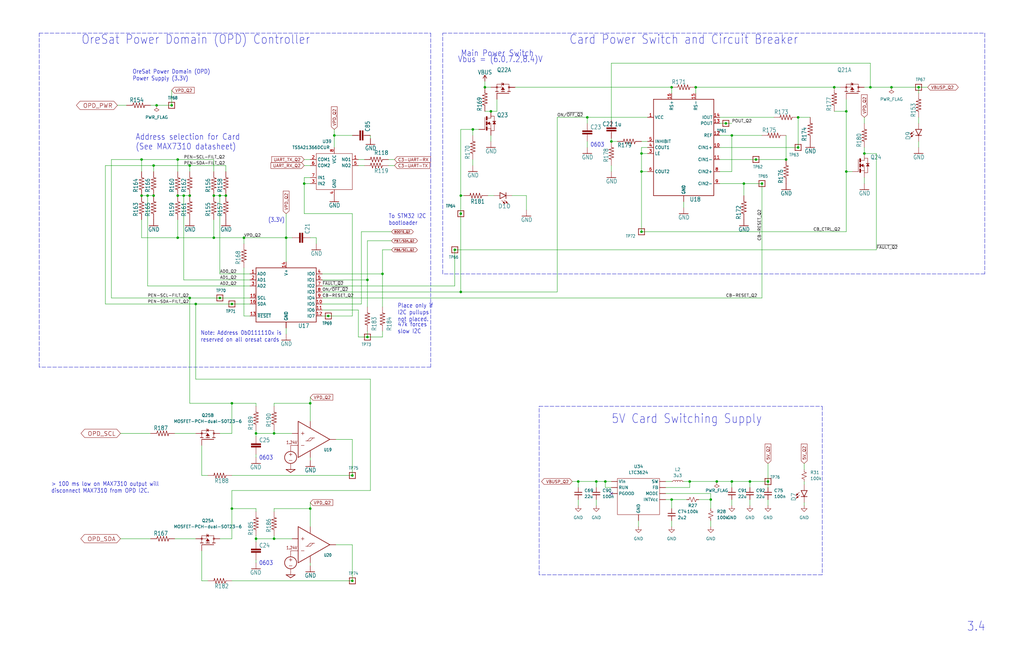
<source format=kicad_sch>
(kicad_sch (version 20211123) (generator eeschema)
  (paper "B")
  (junction (at 59.69 67.31))
  (junction (at 95.25 82.55))
  (junction (at 336.55 49.53))
  (junction (at 356.87 46.99))
  (junction (at 140.97 57.15))
  (junction (at 306.07 52.07))
  (junction (at 251.46 203.2))
  (junction (at 316.23 203.2))
  (junction (at 356.87 72.39))
  (junction (at 120.65 100.33))
  (junction (at 74.93 100.33))
  (junction (at 90.17 100.33))
  (junction (at 321.31 77.47))
  (junction (at 199.39 54.61))
  (junction (at 80.01 82.55))
  (junction (at 247.65 49.53))
  (junction (at 80.01 69.85))
  (junction (at 128.27 77.47))
  (junction (at 255.27 203.2))
  (junction (at 351.79 36.83))
  (junction (at 375.92 36.83))
  (junction (at 308.61 203.2))
  (junction (at 148.59 245.11))
  (junction (at 97.79 170.18))
  (junction (at 154.94 142.24))
  (junction (at 74.93 82.55))
  (junction (at 154.94 118.11))
  (junction (at 97.79 214.63))
  (junction (at 194.31 90.17))
  (junction (at 367.03 36.83))
  (junction (at 66.04 44.45))
  (junction (at 161.29 115.57))
  (junction (at 107.95 182.88))
  (junction (at 138.43 133.35))
  (junction (at 313.69 77.47))
  (junction (at 102.87 100.33))
  (junction (at 80.01 125.73))
  (junction (at 115.57 182.88))
  (junction (at 130.81 214.63))
  (junction (at 270.51 97.79))
  (junction (at 194.31 123.19))
  (junction (at 387.35 36.83))
  (junction (at 243.84 203.2))
  (junction (at 299.72 210.82))
  (junction (at 92.71 125.73))
  (junction (at 82.55 128.27))
  (junction (at 130.81 170.18))
  (junction (at 336.55 62.23))
  (junction (at 74.93 67.31))
  (junction (at 148.59 200.66))
  (junction (at 62.23 82.55))
  (junction (at 331.47 67.31))
  (junction (at 270.51 64.77))
  (junction (at 283.21 36.83))
  (junction (at 191.77 105.41))
  (junction (at 290.83 203.2))
  (junction (at 207.01 46.99))
  (junction (at 364.49 64.77))
  (junction (at 107.95 227.33))
  (junction (at 64.77 69.85))
  (junction (at 77.47 82.55))
  (junction (at 308.61 57.15))
  (junction (at 204.47 36.83))
  (junction (at 283.21 210.82))
  (junction (at 59.69 82.55))
  (junction (at 194.31 82.55))
  (junction (at 64.77 82.55))
  (junction (at 270.51 72.39))
  (junction (at 72.39 44.45))
  (junction (at 115.57 227.33))
  (junction (at 318.77 67.31))
  (junction (at 92.71 82.55))
  (junction (at 257.81 59.69))
  (junction (at 323.85 203.2))
  (junction (at 97.79 128.27))
  (junction (at 90.17 82.55))
  (junction (at 302.26 203.2))
  (junction (at 293.37 36.83))
  (no_connect (at 257.81 208.28))
  (wire (pts (xy 204.47 36.83) (xy 207.01 36.83)))
  (wire (pts (xy 308.61 203.2) (xy 308.61 205.74)))
  (wire (pts (xy 115.57 171.45) (xy 115.57 170.18)))
  (wire (pts (xy 140.97 57.15) (xy 148.59 57.15)))
  (wire (pts (xy 299.72 219.71) (xy 299.72 222.25)))
  (wire (pts (xy 107.95 184.15) (xy 107.95 182.88)))
  (wire (pts (xy 97.79 128.27) (xy 82.55 128.27)))
  (wire (pts (xy 194.31 54.61) (xy 194.31 82.55)))
  (wire (pts (xy 356.87 46.99) (xy 356.87 41.91)))
  (wire (pts (xy 364.49 74.93) (xy 364.49 77.47)))
  (wire (pts (xy 148.59 229.87) (xy 148.59 245.11)))
  (wire (pts (xy 356.87 97.79) (xy 270.51 97.79)))
  (wire (pts (xy 280.67 203.2) (xy 283.21 203.2)))
  (wire (pts (xy 130.81 177.8) (xy 130.81 170.18)))
  (wire (pts (xy 115.57 182.88) (xy 123.19 182.88)))
  (wire (pts (xy 90.17 100.33) (xy 90.17 92.71)))
  (wire (pts (xy 128.27 74.93) (xy 128.27 77.47)))
  (wire (pts (xy 270.51 62.23) (xy 270.51 64.77)))
  (wire (pts (xy 280.67 208.28) (xy 299.72 208.28)))
  (wire (pts (xy 251.46 203.2) (xy 251.46 205.74)))
  (wire (pts (xy 323.85 195.58) (xy 323.85 203.2)))
  (wire (pts (xy 247.65 52.07) (xy 247.65 49.53)))
  (wire (pts (xy 356.87 46.99) (xy 356.87 72.39)))
  (wire (pts (xy 387.35 49.53) (xy 387.35 52.07)))
  (wire (pts (xy 154.94 139.7) (xy 154.94 142.24)))
  (polyline (pts (xy 227.33 171.45) (xy 346.71 171.45)))
  (wire (pts (xy 135.89 130.81) (xy 151.13 130.81)))
  (wire (pts (xy 199.39 54.61) (xy 194.31 54.61)))
  (wire (pts (xy 306.07 52.07) (xy 308.61 52.07)))
  (wire (pts (xy 166.37 67.31) (xy 163.83 67.31)))
  (wire (pts (xy 221.996 82.55) (xy 221.996 88.646)))
  (wire (pts (xy 138.43 133.35) (xy 148.59 133.35)))
  (wire (pts (xy 128.27 77.47) (xy 130.81 77.47)))
  (wire (pts (xy 44.45 128.27) (xy 44.45 69.85)))
  (wire (pts (xy 95.25 82.55) (xy 92.71 82.55)))
  (wire (pts (xy 303.53 57.15) (xy 308.61 57.15)))
  (wire (pts (xy 92.71 115.57) (xy 92.71 82.55)))
  (wire (pts (xy 130.81 74.93) (xy 128.27 74.93)))
  (wire (pts (xy 59.69 72.39) (xy 59.69 67.31)))
  (wire (pts (xy 351.79 46.99) (xy 356.87 46.99)))
  (wire (pts (xy 364.49 49.53) (xy 364.49 52.07)))
  (wire (pts (xy 209.55 46.99) (xy 209.55 41.91)))
  (wire (pts (xy 80.01 72.39) (xy 80.01 69.85)))
  (wire (pts (xy 283.21 219.71) (xy 283.21 222.25)))
  (wire (pts (xy 316.23 203.2) (xy 316.23 205.74)))
  (wire (pts (xy 130.81 222.25) (xy 130.81 214.63)))
  (wire (pts (xy 107.95 171.45) (xy 107.95 170.18)))
  (wire (pts (xy 138.43 133.35) (xy 135.89 133.35)))
  (wire (pts (xy 120.65 110.49) (xy 120.65 100.33)))
  (wire (pts (xy 299.72 208.28) (xy 299.72 210.82)))
  (wire (pts (xy 313.69 82.55) (xy 313.69 77.47)))
  (wire (pts (xy 85.09 245.11) (xy 85.09 232.41)))
  (wire (pts (xy 318.77 67.31) (xy 303.53 67.31)))
  (wire (pts (xy 308.61 210.82) (xy 308.61 213.36)))
  (wire (pts (xy 95.25 69.85) (xy 95.25 72.39)))
  (wire (pts (xy 64.77 69.85) (xy 80.01 69.85)))
  (wire (pts (xy 135.89 123.19) (xy 194.31 123.19)))
  (wire (pts (xy 257.81 59.69) (xy 260.35 59.69)))
  (wire (pts (xy 153.67 69.85) (xy 151.13 69.85)))
  (wire (pts (xy 204.47 34.29) (xy 204.47 36.83)))
  (wire (pts (xy 107.95 227.33) (xy 107.95 226.06)))
  (wire (pts (xy 97.79 214.63) (xy 97.79 227.33)))
  (wire (pts (xy 308.61 72.39) (xy 308.61 57.15)))
  (wire (pts (xy 130.81 238.76) (xy 130.81 237.49)))
  (wire (pts (xy 313.69 77.47) (xy 303.53 77.47)))
  (wire (pts (xy 199.39 57.15) (xy 199.39 54.61)))
  (wire (pts (xy 299.72 210.82) (xy 294.64 210.82)))
  (wire (pts (xy 46.99 125.73) (xy 80.01 125.73)))
  (wire (pts (xy 270.51 64.77) (xy 270.51 72.39)))
  (wire (pts (xy 140.97 57.15) (xy 140.97 62.23)))
  (wire (pts (xy 199.39 54.61) (xy 201.93 54.61)))
  (wire (pts (xy 102.87 113.03) (xy 102.87 133.35)))
  (wire (pts (xy 199.39 67.31) (xy 199.39 69.85)))
  (wire (pts (xy 154.94 118.11) (xy 154.94 129.54)))
  (wire (pts (xy 53.34 44.45) (xy 49.53 44.45)))
  (wire (pts (xy 59.69 67.31) (xy 74.93 67.31)))
  (wire (pts (xy 64.77 72.39) (xy 64.77 69.85)))
  (wire (pts (xy 62.23 82.55) (xy 59.69 82.55)))
  (wire (pts (xy 77.47 118.11) (xy 77.47 82.55)))
  (wire (pts (xy 153.67 67.31) (xy 151.13 67.31)))
  (wire (pts (xy 303.53 49.53) (xy 326.39 49.53)))
  (wire (pts (xy 80.01 82.55) (xy 77.47 82.55)))
  (wire (pts (xy 107.95 182.88) (xy 115.57 182.88)))
  (wire (pts (xy 152.4 97.79) (xy 165.1 97.79)))
  (wire (pts (xy 316.23 203.2) (xy 323.85 203.2)))
  (wire (pts (xy 288.29 203.2) (xy 290.83 203.2)))
  (wire (pts (xy 207.01 57.15) (xy 207.01 59.69)))
  (wire (pts (xy 82.55 227.33) (xy 73.66 227.33)))
  (wire (pts (xy 205.74 82.55) (xy 208.28 82.55)))
  (polyline (pts (xy 181.61 154.94) (xy 16.51 154.94)))
  (wire (pts (xy 130.81 170.18) (xy 130.81 167.64)))
  (wire (pts (xy 308.61 57.15) (xy 321.31 57.15)))
  (wire (pts (xy 148.59 133.35) (xy 148.59 90.17)))
  (wire (pts (xy 46.99 125.73) (xy 46.99 67.31)))
  (wire (pts (xy 161.29 105.41) (xy 165.1 105.41)))
  (wire (pts (xy 283.21 210.82) (xy 289.56 210.82)))
  (wire (pts (xy 130.81 214.63) (xy 130.81 212.09)))
  (polyline (pts (xy 346.71 171.45) (xy 346.71 242.57)))
  (wire (pts (xy 141.605 229.87) (xy 148.59 229.87)))
  (wire (pts (xy 74.93 100.33) (xy 74.93 92.71)))
  (wire (pts (xy 90.17 100.33) (xy 102.87 100.33)))
  (wire (pts (xy 280.67 205.74) (xy 290.83 205.74)))
  (wire (pts (xy 351.79 36.83) (xy 354.33 36.83)))
  (wire (pts (xy 257.81 50.8) (xy 257.81 26.67)))
  (wire (pts (xy 120.65 140.97) (xy 120.65 138.43)))
  (wire (pts (xy 133.35 100.33) (xy 133.35 102.87)))
  (wire (pts (xy 234.95 123.19) (xy 194.31 123.19)))
  (wire (pts (xy 161.29 142.24) (xy 161.29 139.7)))
  (wire (pts (xy 135.89 118.11) (xy 154.94 118.11)))
  (polyline (pts (xy 415.29 13.97) (xy 415.29 115.57)))
  (wire (pts (xy 115.57 181.61) (xy 115.57 182.88)))
  (wire (pts (xy 77.47 82.55) (xy 74.93 82.55)))
  (wire (pts (xy 120.65 100.33) (xy 123.19 100.33)))
  (wire (pts (xy 154.94 118.11) (xy 154.94 101.6)))
  (wire (pts (xy 97.79 207.01) (xy 156.21 207.01)))
  (wire (pts (xy 107.95 193.04) (xy 107.95 191.77)))
  (wire (pts (xy 257.81 58.42) (xy 257.81 59.69)))
  (wire (pts (xy 166.37 69.85) (xy 163.83 69.85)))
  (wire (pts (xy 321.31 125.73) (xy 321.31 77.47)))
  (wire (pts (xy 273.05 59.69) (xy 270.51 59.69)))
  (wire (pts (xy 85.09 200.66) (xy 85.09 187.96)))
  (wire (pts (xy 339.09 195.58) (xy 339.09 198.12)))
  (wire (pts (xy 105.41 128.27) (xy 97.79 128.27)))
  (wire (pts (xy 107.95 215.9) (xy 107.95 214.63)))
  (wire (pts (xy 359.41 72.39) (xy 356.87 72.39)))
  (wire (pts (xy 105.41 133.35) (xy 102.87 133.35)))
  (wire (pts (xy 336.55 62.23) (xy 336.55 49.53)))
  (wire (pts (xy 80.01 170.18) (xy 80.01 125.73)))
  (wire (pts (xy 105.41 118.11) (xy 77.47 118.11)))
  (wire (pts (xy 243.84 203.2) (xy 251.46 203.2)))
  (wire (pts (xy 283.21 210.82) (xy 283.21 214.63)))
  (wire (pts (xy 364.49 36.83) (xy 367.03 36.83)))
  (wire (pts (xy 154.94 101.6) (xy 165.1 101.6)))
  (wire (pts (xy 97.79 214.63) (xy 97.79 207.01)))
  (wire (pts (xy 356.87 72.39) (xy 356.87 97.79)))
  (wire (pts (xy 120.65 100.33) (xy 120.65 90.17)))
  (wire (pts (xy 97.79 182.88) (xy 92.71 182.88)))
  (wire (pts (xy 107.95 237.49) (xy 107.95 236.22)))
  (wire (pts (xy 283.21 210.82) (xy 280.67 210.82)))
  (polyline (pts (xy 181.61 13.97) (xy 181.61 154.94)))
  (wire (pts (xy 72.39 44.45) (xy 72.39 38.1)))
  (wire (pts (xy 387.35 59.69) (xy 387.35 62.23)))
  (wire (pts (xy 316.23 210.82) (xy 316.23 213.36)))
  (wire (pts (xy 130.81 170.18) (xy 115.57 170.18)))
  (wire (pts (xy 204.47 46.99) (xy 207.01 46.99)))
  (wire (pts (xy 241.3 203.2) (xy 243.84 203.2)))
  (polyline (pts (xy 227.33 242.57) (xy 227.33 171.45)))
  (polyline (pts (xy 415.29 115.57) (xy 186.69 115.57)))
  (wire (pts (xy 128.27 69.85) (xy 130.81 69.85)))
  (wire (pts (xy 283.21 36.83) (xy 283.21 39.37)))
  (wire (pts (xy 97.79 170.18) (xy 97.79 182.88)))
  (wire (pts (xy 323.85 205.74) (xy 323.85 203.2)))
  (wire (pts (xy 90.17 72.39) (xy 90.17 67.31)))
  (wire (pts (xy 107.95 214.63) (xy 97.79 214.63)))
  (wire (pts (xy 308.61 203.2) (xy 316.23 203.2)))
  (wire (pts (xy 290.83 203.2) (xy 290.83 205.74)))
  (wire (pts (xy 102.87 102.87) (xy 102.87 100.33)))
  (wire (pts (xy 74.93 67.31) (xy 90.17 67.31)))
  (wire (pts (xy 336.55 49.53) (xy 341.63 49.53)))
  (wire (pts (xy 369.57 64.77) (xy 369.57 105.41)))
  (wire (pts (xy 303.53 62.23) (xy 336.55 62.23)))
  (wire (pts (xy 234.95 123.19) (xy 234.95 49.53)))
  (wire (pts (xy 161.29 129.54) (xy 161.29 115.57)))
  (wire (pts (xy 194.31 82.55) (xy 194.31 90.17)))
  (wire (pts (xy 290.83 203.2) (xy 302.26 203.2)))
  (wire (pts (xy 257.81 203.2) (xy 255.27 203.2)))
  (wire (pts (xy 323.85 210.82) (xy 323.85 213.36)))
  (wire (pts (xy 107.95 227.33) (xy 107.95 228.6)))
  (wire (pts (xy 215.9 82.55) (xy 221.996 82.55)))
  (wire (pts (xy 367.03 36.83) (xy 375.92 36.83)))
  (wire (pts (xy 87.63 245.11) (xy 85.09 245.11)))
  (wire (pts (xy 66.04 44.45) (xy 72.39 44.45)))
  (wire (pts (xy 234.95 49.53) (xy 247.65 49.53)))
  (wire (pts (xy 270.51 97.79) (xy 270.51 72.39)))
  (wire (pts (xy 44.45 69.85) (xy 64.77 69.85)))
  (wire (pts (xy 243.84 205.74) (xy 243.84 203.2)))
  (wire (pts (xy 107.95 170.18) (xy 97.79 170.18)))
  (wire (pts (xy 156.21 207.01) (xy 156.21 160.02)))
  (wire (pts (xy 321.31 77.47) (xy 313.69 77.47)))
  (wire (pts (xy 318.77 67.31) (xy 331.47 67.31)))
  (wire (pts (xy 151.13 130.81) (xy 151.13 142.24)))
  (wire (pts (xy 207.01 46.99) (xy 209.55 46.99)))
  (wire (pts (xy 105.41 115.57) (xy 92.71 115.57)))
  (wire (pts (xy 217.17 36.83) (xy 283.21 36.83)))
  (wire (pts (xy 299.72 214.63) (xy 299.72 210.82)))
  (wire (pts (xy 128.27 67.31) (xy 130.81 67.31)))
  (wire (pts (xy 115.57 227.33) (xy 123.19 227.33)))
  (wire (pts (xy 270.51 72.39) (xy 273.05 72.39)))
  (wire (pts (xy 148.59 90.17) (xy 128.27 90.17)))
  (wire (pts (xy 364.49 62.23) (xy 364.49 64.77)))
  (wire (pts (xy 195.58 82.55) (xy 194.31 82.55)))
  (wire (pts (xy 82.55 160.02) (xy 82.55 128.27)))
  (wire (pts (xy 74.93 100.33) (xy 90.17 100.33)))
  (wire (pts (xy 257.81 72.39) (xy 257.81 69.85)))
  (wire (pts (xy 92.71 125.73) (xy 105.41 125.73)))
  (wire (pts (xy 293.37 39.37) (xy 293.37 36.83)))
  (wire (pts (xy 293.37 36.83) (xy 351.79 36.83)))
  (wire (pts (xy 270.51 64.77) (xy 273.05 64.77)))
  (wire (pts (xy 135.89 125.73) (xy 321.31 125.73)))
  (wire (pts (xy 148.59 185.42) (xy 148.59 200.66)))
  (wire (pts (xy 191.77 105.41) (xy 191.77 120.65)))
  (wire (pts (xy 339.09 203.2) (xy 339.09 204.47)))
  (wire (pts (xy 64.77 82.55) (xy 62.23 82.55)))
  (wire (pts (xy 107.95 227.33) (xy 115.57 227.33)))
  (wire (pts (xy 130.81 214.63) (xy 115.57 214.63)))
  (wire (pts (xy 46.99 67.31) (xy 59.69 67.31)))
  (wire (pts (xy 92.71 82.55) (xy 90.17 82.55)))
  (wire (pts (xy 339.09 212.09) (xy 339.09 213.36)))
  (wire (pts (xy 59.69 100.33) (xy 59.69 92.71)))
  (wire (pts (xy 161.29 105.41) (xy 161.29 115.57)))
  (wire (pts (xy 387.35 36.83) (xy 387.35 39.37)))
  (wire (pts (xy 80.01 69.85) (xy 95.25 69.85)))
  (wire (pts (xy 135.89 128.27) (xy 152.4 128.27)))
  (wire (pts (xy 63.5 227.33) (xy 50.8 227.33)))
  (wire (pts (xy 102.87 100.33) (xy 120.65 100.33)))
  (wire (pts (xy 156.21 57.15) (xy 156.21 58.42)))
  (wire (pts (xy 87.63 200.66) (xy 85.09 200.66)))
  (wire (pts (xy 130.81 100.33) (xy 133.35 100.33)))
  (wire (pts (xy 62.23 120.65) (xy 62.23 82.55)))
  (wire (pts (xy 303.53 52.07) (xy 306.07 52.07)))
  (wire (pts (xy 154.94 142.24) (xy 161.29 142.24)))
  (wire (pts (xy 251.46 203.2) (xy 255.27 203.2)))
  (polyline (pts (xy 346.71 242.57) (xy 227.33 242.57)))
  (wire (pts (xy 82.55 128.27) (xy 44.45 128.27)))
  (wire (pts (xy 161.29 115.57) (xy 135.89 115.57)))
  (wire (pts (xy 251.46 210.82) (xy 251.46 213.36)))
  (wire (pts (xy 247.65 49.53) (xy 273.05 49.53)))
  (wire (pts (xy 391.16 36.83) (xy 387.35 36.83)))
  (wire (pts (xy 97.79 245.11) (xy 148.59 245.11)))
  (wire (pts (xy 128.27 77.47) (xy 128.27 90.17)))
  (wire (pts (xy 97.79 170.18) (xy 80.01 170.18)))
  (wire (pts (xy 302.26 203.2) (xy 308.61 203.2)))
  (wire (pts (xy 257.81 26.67) (xy 367.03 26.67)))
  (wire (pts (xy 331.47 67.31) (xy 331.47 57.15)))
  (polyline (pts (xy 186.69 13.97) (xy 415.29 13.97)))
  (wire (pts (xy 194.31 90.17) (xy 194.31 123.19)))
  (wire (pts (xy 59.69 100.33) (xy 74.93 100.33)))
  (wire (pts (xy 367.03 26.67) (xy 367.03 36.83)))
  (wire (pts (xy 152.4 128.27) (xy 152.4 97.79)))
  (wire (pts (xy 243.84 210.82) (xy 243.84 213.36)))
  (wire (pts (xy 255.27 205.74) (xy 257.81 205.74)))
  (wire (pts (xy 105.41 120.65) (xy 62.23 120.65)))
  (wire (pts (xy 156.21 160.02) (xy 82.55 160.02)))
  (wire (pts (xy 303.53 72.39) (xy 308.61 72.39)))
  (wire (pts (xy 115.57 215.9) (xy 115.57 214.63)))
  (wire (pts (xy 82.55 182.88) (xy 73.66 182.88)))
  (wire (pts (xy 74.93 72.39) (xy 74.93 67.31)))
  (wire (pts (xy 191.77 120.65) (xy 135.89 120.65)))
  (wire (pts (xy 63.5 44.45) (xy 66.04 44.45)))
  (wire (pts (xy 141.605 185.42) (xy 148.59 185.42)))
  (wire (pts (xy 273.05 62.23) (xy 270.51 62.23)))
  (wire (pts (xy 130.81 194.31) (xy 130.81 193.04)))
  (wire (pts (xy 255.27 203.2) (xy 255.27 205.74)))
  (wire (pts (xy 107.95 182.88) (xy 107.95 181.61)))
  (wire (pts (xy 269.24 219.71) (xy 269.24 222.25)))
  (wire (pts (xy 364.49 64.77) (xy 369.57 64.77)))
  (wire (pts (xy 63.5 182.88) (xy 50.8 182.88)))
  (wire (pts (xy 115.57 226.06) (xy 115.57 227.33)))
  (wire (pts (xy 247.65 62.23) (xy 247.65 59.69)))
  (polyline (pts (xy 16.51 13.97) (xy 181.61 13.97)))
  (wire (pts (xy 140.97 54.61) (xy 140.97 57.15)))
  (wire (pts (xy 80.01 125.73) (xy 92.71 125.73)))
  (polyline (pts (xy 186.69 115.57) (xy 186.69 13.97)))
  (wire (pts (xy 151.13 142.24) (xy 154.94 142.24)))
  (wire (pts (xy 288.29 87.63) (xy 288.29 85.09)))
  (wire (pts (xy 97.79 200.66) (xy 148.59 200.66)))
  (polyline (pts (xy 16.51 154.94) (xy 16.51 13.97)))
  (wire (pts (xy 369.57 105.41) (xy 191.77 105.41)))
  (wire (pts (xy 375.92 36.83) (xy 387.35 36.83)))
  (wire (pts (xy 97.79 227.33) (xy 92.71 227.33)))
  (text "3.4" (at 407.67 266.7 180) (effects (font (size 3.81 3.2385)) (justify left bottom)))
  (text "Address selection for Card\n(See MAX7310 datasheet)" (at 57.15 63.5 0) (effects (font (size 2.54 2.159)) (justify left bottom)))
  (text "OreSat Power Domain (OPD)\nPower Supply (3.3V)" (at 55.88 34.29 180) (effects (font (size 1.778 1.5113)) (justify left bottom)))
  (text "To STM32 I2C\nbootloader" (at 163.83 95.25 180) (effects (font (size 1.778 1.5113)) (justify left bottom)))
  (text "Card Power Switch and Circuit Breaker" (at 240.03 19.05 180) (effects (font (size 3.81 3.2385)) (justify left bottom)))
  (text "0603" (at 248.92 62.23 180) (effects (font (size 1.778 1.5113)) (justify left bottom)))
  (text "0603" (at 109.22 194.31 180) (effects (font (size 1.778 1.5113)) (justify left bottom)))
  (text "Place only if\nI2C pullups\nnot placed." (at 167.64 135.89 180) (effects (font (size 1.778 1.5113)) (justify left bottom)))
  (text "0603" (at 109.22 238.76 180) (effects (font (size 1.778 1.5113)) (justify left bottom)))
  (text "5V Card Switching Supply" (at 257.81 179.07 180) (effects (font (size 3.81 3.2385)) (justify left bottom)))
  (text "(3.3V)" (at 113.03 93.98 180) (effects (font (size 1.778 1.5113)) (justify left bottom)))
  (text "Main Power Switch" (at 194.31 24.13 180) (effects (font (size 2.54 2.159)) (justify left bottom)))
  (text "Note: Address 0b0111110x is\nreserved on all oresat cards" (at 84.582 144.526 0) (effects (font (size 1.778 1.5113)) (justify left bottom)))
  (text "47k forces\nslow I2C" (at 167.64 140.97 180) (effects (font (size 1.778 1.5113)) (justify left bottom)))
  (text "Vbus = (6.0,7.2,8.4)V" (at 193.04 26.67 180) (effects (font (size 2.54 2.159)) (justify left bottom)))
  (text "OreSat Power Domain (OPD) Controller" (at 34.29 19.05 180) (effects (font (size 3.81 3.2385)) (justify left bottom)))
  (text "> 100 ms low on MAX7310 output will\ndisconnect MAX7310 from OPD I2C." (at 21.59 208.28 0) (effects (font (size 1.778 1.5113)) (justify left bottom)))
  (label "CB-RESET_Q2" (at 306.07 125.73 0) (effects (font (size 1.2446 1.2446))))
  (label "~{FAULT_Q2}" (at 135.89 120.65 0) (effects (font (size 1.2446 1.2446))))
  (label "PEN-SDA-FILT_Q2" (at 62.23 128.27 0) (effects (font (size 1.2446 1.2446))))
  (label "PEN-SCL-FILT_Q2" (at 77.47 67.31 0) (effects (font (size 1.2446 1.2446))))
  (label "AD0_Q2" (at 92.71 115.57 0) (effects (font (size 1.2446 1.2446))))
  (label "~{FAULT_Q2}" (at 369.57 105.41 0) (effects (font (size 1.2446 1.2446))))
  (label "CB-RESET_Q2" (at 135.89 125.73 0) (effects (font (size 1.2446 1.2446))))
  (label "PEN-SDA-FILT_Q2" (at 77.47 69.85 0) (effects (font (size 1.2446 1.2446))))
  (label "CB-RESET_Q2" (at 321.31 101.6 90) (effects (font (size 1.2446 1.2446))))
  (label "POUT_Q2" (at 308.61 52.07 0) (effects (font (size 1.2446 1.2446))))
  (label "ON/~{OFF_Q2}" (at 135.89 123.19 0) (effects (font (size 1.2446 1.2446))))
  (label "AD2_Q2" (at 92.71 120.65 0) (effects (font (size 1.2446 1.2446))))
  (label "ON/~{OFF_Q2}" (at 234.95 49.53 0) (effects (font (size 1.2446 1.2446))))
  (label "VPD_Q2" (at 102.87 100.33 0) (effects (font (size 1.2446 1.2446))))
  (label "CB_CTRL_Q2" (at 342.9 97.79 0) (effects (font (size 1.2446 1.2446))))
  (label "PEN-SCL-FILT_Q2" (at 62.23 125.73 0) (effects (font (size 1.2446 1.2446))))
  (label "AD1_Q2" (at 92.71 118.11 0) (effects (font (size 1.2446 1.2446))))
  (global_label "OPD_SDA" (shape bidirectional) (at 50.8 227.33 180) (effects (font (size 1.778 1.778))) (property "Intersheet References" "${INTERSHEET_REFS}" (effects hide)))
  (global_label "VPD_Q2" (shape input) (at 72.39 38.1 0) (property "Intersheet References" "${INTERSHEET_REFS}" (effects hide)))
  (global_label "BOOT0_Q2" (shape bidirectional) (at 165.1 97.79 0) (effects (font (size 0.889 0.889))) (property "Intersheet References" "${INTERSHEET_REFS}" (effects hide)))
  (global_label "OPD_SCL" (shape bidirectional) (at 50.8 182.88 180) (effects (font (size 1.778 1.778))) (property "Intersheet References" "${INTERSHEET_REFS}" (effects hide)))
  (global_label "OPD_PWR" (shape bidirectional) (at 49.53 44.45 180) (effects (font (size 1.778 1.778))) (property "Intersheet References" "${INTERSHEET_REFS}" (effects hide)))
  (global_label "VPD_Q2" (shape input) (at 120.65 90.17 90) (property "Intersheet References" "${INTERSHEET_REFS}" (effects hide)))
  (global_label "VPD_Q2" (shape input) (at 130.81 167.64 0) (property "Intersheet References" "${INTERSHEET_REFS}" (effects hide)))
  (global_label "VPD_Q2" (shape input) (at 364.49 49.53 90) (property "Intersheet References" "${INTERSHEET_REFS}" (effects hide)))
  (global_label "VBUSP_Q2" (shape bidirectional) (at 391.16 36.83 0) (effects (font (size 1.2446 1.2446))) (property "Intersheet References" "${INTERSHEET_REFS}" (effects hide)))
  (global_label "VPD_Q2" (shape input) (at 130.81 212.09 0) (property "Intersheet References" "${INTERSHEET_REFS}" (effects hide)))
  (global_label "PB6/SCL_Q2" (shape bidirectional) (at 165.1 105.41 0) (effects (font (size 0.889 0.889))) (property "Intersheet References" "${INTERSHEET_REFS}" (effects hide)))
  (global_label "UART_TX_Q2" (shape input) (at 128.27 67.31 180) (property "Intersheet References" "${INTERSHEET_REFS}" (effects hide)))
  (global_label "C3-UART-RX" (shape input) (at 166.37 67.31 0) (property "Intersheet References" "${INTERSHEET_REFS}" (effects hide)))
  (global_label "C3-UART-TX" (shape input) (at 166.37 69.85 0) (property "Intersheet References" "${INTERSHEET_REFS}" (effects hide)))
  (global_label "PB7/SDA_Q2" (shape bidirectional) (at 165.1 101.6 0) (effects (font (size 0.889 0.889))) (property "Intersheet References" "${INTERSHEET_REFS}" (effects hide)))
  (global_label "VPD_Q2" (shape input) (at 140.97 54.61 90) (property "Intersheet References" "${INTERSHEET_REFS}" (effects hide)))
  (global_label "UART_RX_Q2" (shape input) (at 128.27 69.85 180) (property "Intersheet References" "${INTERSHEET_REFS}" (effects hide)))
  (global_label "5V_Q2" (shape input) (at 339.09 195.58 90) (property "Intersheet References" "${INTERSHEET_REFS}" (effects hide)))
  (global_label "VBUSP_Q2" (shape bidirectional) (at 241.3 203.2 180) (effects (font (size 1.2446 1.2446))) (property "Intersheet References" "${INTERSHEET_REFS}" (effects hide)))
  (global_label "5V_Q2" (shape input) (at 323.85 195.58 90) (property "Intersheet References" "${INTERSHEET_REFS}" (effects hide)))
  (symbol (lib_id "oresat-acs-card-eagle-import:GND") (at 107.95 240.03 0) (unit 1)
    (property "Reference" "#GND0114" (effects hide))
    (property "Value" "GND" (at 105.41 242.57 0) (effects (font (size 1.778 1.5113)) (justify left bottom)))
  )
  (symbol (lib_id "oresat-acs-card-eagle-import:R-US_0603-C-NOSILK") (at 68.58 227.33 0) (unit 1)
    (property "Reference" "R167" (at 64.77 226.06 0) (effects (font (size 1.778 1.5113)) (justify left bottom)))
    (property "Value" "100" (at 71.12 226.06 0) (effects (font (size 1.778 1.5113)) (justify left bottom)))
    (property "Footprint" "oresat-acs-card:.0603-C-NOSILK" (effects hide))
    (property "Value" "RC0603FR-07100RL" (effects hide))
  )
  (symbol (lib_id "oresat-acs-card-eagle-import:R-US_0603-C-NOSILK") (at 58.42 44.45 0) (unit 1)
    (property "Reference" "R154" (at 54.61 43.18 0) (effects (font (size 1.778 1.5113)) (justify left bottom)))
    (property "Value" "10" (at 60.96 43.18 0) (effects (font (size 1.778 1.5113)) (justify left bottom)))
    (property "Footprint" "oresat-acs-card:.0603-C-NOSILK" (effects hide))
    (property "Value" "RC0603FR-0710RL" (effects hide))
  )
  (symbol (lib_id "oresat-acs-card-eagle-import:GND") (at 130.81 196.85 0) (mirror y) (unit 1)
    (property "Reference" "#GND0113" (effects hide))
    (property "Value" "GND" (at 133.35 199.39 0) (effects (font (size 1.778 1.5113)) (justify left bottom)))
  )
  (symbol (lib_id "oresat-acs-card-eagle-import:R-US_0603-C-NOSILK") (at 115.57 220.98 90) (unit 1)
    (property "Reference" "R186" (at 114.3 224.79 0) (effects (font (size 1.778 1.5113)) (justify left bottom)))
    (property "Value" "1M" (at 114.3 218.44 0) (effects (font (size 1.778 1.5113)) (justify left bottom)))
    (property "Footprint" "oresat-acs-card:.0603-C-NOSILK" (effects hide))
    (property "Value" "RC0603FR-071ML" (effects hide))
  )
  (symbol (lib_id "oresat-acs-card-eagle-import:TEST-POINT-LARGE-SQUARE") (at 191.77 105.41 0) (unit 1)
    (property "Reference" "TP66" (at 189.23 109.22 0) (effects (font (size 1.27 1.0795)) (justify left bottom)))
    (property "Value" "TEST-POINT-LARGE-SQUARE" (effects hide))
    (property "Footprint" "oresat-acs-card:1X01" (effects hide))
  )
  (symbol (lib_id "oresat-acs-card-eagle-import:R-US_0603-C-NOSILK") (at 68.58 182.88 0) (unit 1)
    (property "Reference" "R187" (at 64.77 181.61 0) (effects (font (size 1.778 1.5113)) (justify left bottom)))
    (property "Value" "100" (at 71.12 181.61 0) (effects (font (size 1.778 1.5113)) (justify left bottom)))
    (property "Footprint" "oresat-acs-card:.0603-C-NOSILK" (effects hide))
    (property "Value" "RC0603FR-07100RL" (effects hide))
  )
  (symbol (lib_id "power:GND") (at 269.24 222.25 0) (unit 1)
    (property "Reference" "#PWR08" (effects hide))
    (property "Value" "GND" (at 269.24 227.33 0))
  )
  (symbol (lib_id "oresat-acs-card-eagle-import:R-US_0603-C-NOSILK") (at 64.77 87.63 90) (unit 1)
    (property "Reference" "R165" (at 63.2714 91.44 0) (effects (font (size 1.778 1.5113)) (justify left bottom)))
    (property "Value" "NP" (at 62.992 85.09 0) (effects (font (size 1.778 1.5113)) (justify left bottom)))
    (property "Footprint" "oresat-acs-card:.0603-C-NOSILK" (effects hide))
    (property "Value" "RC1005F6653CS" (effects hide))
  )
  (symbol (lib_id "oresat-acs-card-eagle-import:R-US_0603-C-NOSILK") (at 74.93 87.63 270) (unit 1)
    (property "Reference" "R159" (at 73.4314 91.44 0) (effects (font (size 1.778 1.5113)) (justify right top)))
    (property "Value" "NP" (at 73.152 85.09 0) (effects (font (size 1.778 1.5113)) (justify right top)))
    (property "Footprint" "oresat-acs-card:.0603-C-NOSILK" (effects hide))
    (property "Value" "RC1005F6653CS" (effects hide))
  )
  (symbol (lib_id "oresat-acs-card-eagle-import:GND") (at 130.81 241.3 0) (mirror y) (unit 1)
    (property "Reference" "#GND0111" (effects hide))
    (property "Value" "GND" (at 133.35 243.84 0) (effects (font (size 1.778 1.5113)) (justify left bottom)))
  )
  (symbol (lib_id "oresat-acs-card-eagle-import:R-US_0603-C-NOSILK") (at 387.35 44.45 90) (unit 1)
    (property "Reference" "R153" (at 386.08 49.53 0) (effects (font (size 1.778 1.5113)) (justify left bottom)))
    (property "Value" "2.7k" (at 386.08 44.45 0) (effects (font (size 1.778 1.5113)) (justify left bottom)))
    (property "Footprint" "oresat-acs-card:.0603-C-NOSILK" (effects hide))
    (property "Value" "CRGCQ0603F2K7" (effects hide))
  )
  (symbol (lib_id "oresat-acs-card-eagle-import:TEST-POINT-LARGE-SQUARE") (at 148.59 200.66 180) (unit 1)
    (property "Reference" "TP75" (at 151.13 196.85 0) (effects (font (size 1.27 1.0795)) (justify left bottom)))
    (property "Value" "TEST-POINT-LARGE-SQUARE" (effects hide))
    (property "Footprint" "oresat-acs-card:1X01" (effects hide))
  )
  (symbol (lib_id "oresat-acs-card-eagle-import:MOSFET-PCH-SOT23-6") (at 212.09 39.37 90) (unit 1)
    (property "Reference" "Q22" (at 209.55 30.48 90) (effects (font (size 1.778 1.5113)) (justify right top)))
    (property "Value" "MOSFET-PCH-SOT23-6" (at 209.55 33.02 90) (effects (font (size 1.778 1.5113)) (justify right top)))
    (property "Footprint" "oresat-acs-card:SOT23-6" (effects hide))
    (property "Value" "MOSFET-PCH-SOT23-6" (effects hide))
  )
  (symbol (lib_id "oresat-acs-card-eagle-import:TEST-POINT-LARGE-SQUARE") (at 154.94 142.24 90) (unit 1)
    (property "Reference" "TP73" (at 152.4 146.05 90) (effects (font (size 1.27 1.0795)) (justify right top)))
    (property "Value" "TEST-POINT-LARGE-SQUARE" (effects hide))
    (property "Footprint" "oresat-acs-card:1X01" (effects hide))
  )
  (symbol (lib_id "oresat-acs-card-eagle-import:R-US_0603-C-NOSILK") (at 92.71 245.11 180) (unit 1)
    (property "Reference" "R182" (at 96.52 246.38 0) (effects (font (size 1.778 1.5113)) (justify left bottom)))
    (property "Value" "665k" (at 90.17 246.38 0) (effects (font (size 1.778 1.5113)) (justify left bottom)))
    (property "Footprint" "oresat-acs-card:.0603-C-NOSILK" (effects hide))
    (property "Value" "RC0603FR-07665KL" (effects hide))
  )
  (symbol (lib_id "oresat-acs-card-eagle-import:R-US_0603-C-NOSILK") (at 64.77 77.47 90) (unit 1)
    (property "Reference" "R166" (at 63.2714 81.28 0) (effects (font (size 1.778 1.5113)) (justify left bottom)))
    (property "Value" "NP" (at 62.992 74.93 0) (effects (font (size 1.778 1.5113)) (justify left bottom)))
    (property "Footprint" "oresat-acs-card:.0603-C-NOSILK" (effects hide))
    (property "Value" "RC1005F6653CS" (effects hide))
  )
  (symbol (lib_id "oresat-acs-card-eagle-import:GND") (at 80.01 95.25 0) (mirror y) (unit 1)
    (property "Reference" "#GND099" (effects hide))
    (property "Value" "GND" (at 82.55 97.79 0) (effects (font (size 1.778 1.5113)) (justify left bottom)))
  )
  (symbol (lib_id "oresat-acs-card-eagle-import:TEST-POINT-LARGE-SQUARE") (at 387.35 36.83 0) (unit 1)
    (property "Reference" "TP67" (at 386.08 34.29 0) (effects (font (size 1.27 1.0795)) (justify left bottom)))
    (property "Value" "TEST-POINT-LARGE-SQUARE" (effects hide))
    (property "Footprint" "oresat-acs-card:1X01" (effects hide))
  )
  (symbol (lib_id "oresat-acs-card-eagle-import:MIC842LYC5") (at 130.81 185.42 0) (unit 1)
    (property "Reference" "U19" (at 136.525 190.5 0) (effects (font (size 1.27 1.0795)) (justify left bottom)))
    (property "Value" "MIC842LYC5" (at 136.525 191.77 0) (effects (font (size 1.27 1.0795)) (justify left bottom)))
    (property "Footprint" "oresat-acs-card:SC70-5" (effects hide))
    (property "Value" "MIC842LYC5-TR" (effects hide))
  )
  (symbol (lib_id "oresat-acs-card-eagle-import:MAX7310") (at 120.65 123.19 0) (unit 1)
    (property "Reference" "U17" (at 125.73 138.43 0) (effects (font (size 1.778 1.5113)) (justify left bottom)))
    (property "Value" "MAX7310ATE" (at 125.73 140.97 0) (effects (font (size 1.778 1.5113)) (justify left bottom)))
    (property "Footprint" "oresat-acs-card:QFN65P400X400X80-17T210" (effects hide))
    (property "Value" "MAX7310ATE" (effects hide))
  )
  (symbol (lib_id "oresat-acs-card-eagle-import:TEST-POINT-LARGE-SQUARE") (at 72.39 44.45 180) (unit 1)
    (property "Reference" "TP68" (at 74.93 40.64 0) (effects (font (size 1.27 1.0795)) (justify left bottom)))
    (property "Value" "TEST-POINT-LARGE-SQUARE" (effects hide))
    (property "Footprint" "oresat-acs-card:1X01" (effects hide))
  )
  (symbol (lib_id "oresat-acs-card-eagle-import:R-US_0603-C-NOSILK") (at 326.39 57.15 180) (unit 1)
    (property "Reference" "R175" (at 321.31 55.88 0) (effects (font (size 1.778 1.5113)) (justify right top)))
    (property "Value" "0" (at 327.66 55.88 0) (effects (font (size 1.778 1.5113)) (justify right top)))
    (property "Footprint" "oresat-acs-card:.0603-C-NOSILK" (effects hide))
    (property "Value" "RC0603JR-070RL" (effects hide))
  )
  (symbol (lib_id "oresat-acs-card-eagle-import:R-US_0603-C-NOSILK") (at 80.01 87.63 90) (unit 1)
    (property "Reference" "R161" (at 78.5114 91.44 0) (effects (font (size 1.778 1.5113)) (justify left bottom)))
    (property "Value" "NP" (at 78.232 85.09 0) (effects (font (size 1.778 1.5113)) (justify left bottom)))
    (property "Footprint" "oresat-acs-card:.0603-C-NOSILK" (effects hide))
    (property "Value" "RC1005F6653CS" (effects hide))
  )
  (symbol (lib_id "oresat-acs-card-eagle-import:C-EU0603-C-NOSILK") (at 257.81 55.88 0) (mirror x) (unit 1)
    (property "Reference" "C22" (at 254 53.34 0) (effects (font (size 1.778 1.5113)) (justify left top)))
    (property "Value" "1u" (at 259.08 53.34 0) (effects (font (size 1.778 1.5113)) (justify left top)))
    (property "Footprint" "oresat-acs-card:.0603-C-NOSILK" (effects hide))
  )
  (symbol (lib_id "Device:R_Small_US") (at 339.09 200.66 0) (unit 1)
    (property "Reference" "R31" (at 341.63 199.3899 0) (effects (justify left)))
    (property "Value" "100k" (at 341.63 201.9299 0) (effects (justify left)))
    (property "Footprint" "Resistor_SMD:R_0603_1608Metric" (effects hide))
  )
  (symbol (lib_id "oresat-acs-card-eagle-import:GND") (at 64.77 95.25 0) (mirror y) (unit 1)
    (property "Reference" "#GND0100" (effects hide))
    (property "Value" "GND" (at 67.31 97.79 0) (effects (font (size 1.778 1.5113)) (justify left bottom)))
  )
  (symbol (lib_id "Device:C_Small") (at 323.85 208.28 0) (unit 1)
    (property "Reference" "C75" (at 326.39 207.0162 0) (effects (justify left)))
    (property "Value" "100n" (at 326.39 209.5562 0) (effects (justify left)))
    (property "Footprint" "Capacitor_SMD:C_0603_1608Metric" (effects hide))
    (property "MPN" "1206YD476MAT2A" (effects hide))
    (property "MFR" "KYOCERA AVX" (effects hide))
    (property "Description" "47 µF ±20% 16V Ceramic Capacitor X5R 1206 (3216 Metric)" (effects hide))
  )
  (symbol (lib_id "oresat-acs-card-eagle-import:R-US_0603-C-NOSILK") (at 331.47 72.39 90) (unit 1)
    (property "Reference" "R176" (at 330.2 77.47 0) (effects (font (size 1.778 1.5113)) (justify left bottom)))
    (property "Value" "NP" (at 330.2 71.12 0) (effects (font (size 1.778 1.5113)) (justify left bottom)))
    (property "Footprint" "oresat-acs-card:.0603-C-NOSILK" (effects hide))
    (property "Value" "RC1005F6653CS" (effects hide))
  )
  (symbol (lib_id "oresat-acs-card-eagle-import:C-EU0603-C-NOSILK") (at 107.95 231.14 0) (unit 1)
    (property "Reference" "C24" (at 109.22 231.14 0) (effects (font (size 1.778 1.5113)) (justify left bottom)))
    (property "Value" "1u" (at 109.22 236.22 0) (effects (font (size 1.778 1.5113)) (justify left bottom)))
    (property "Footprint" "oresat-acs-card:.0603-C-NOSILK" (effects hide))
    (property "Value" "CC0603KRX7R7BB105" (effects hide))
  )
  (symbol (lib_id "oresat-acs-card-eagle-import:GND") (at 199.39 72.39 0) (mirror y) (unit 1)
    (property "Reference" "#GND0102" (effects hide))
    (property "Value" "GND" (at 201.93 74.93 0) (effects (font (size 1.778 1.5113)) (justify left bottom)))
  )
  (symbol (lib_id "oresat-acs-card-eagle-import:LED-GREEN0603") (at 339.09 207.01 0) (unit 1)
    (property "Reference" "D7" (at 335.661 211.582 90) (effects (font (size 1.778 1.778)) (justify left bottom)))
    (property "Value" "LED-GREEN0603" (effects hide))
    (property "Footprint" "oresat-acs-card:LED-0603" (effects hide))
    (property "Value" "LED-GREEN0603" (effects hide))
    (property "Description" "Green 525nm LED 3.2V 0603" (effects hide))
    (property "MPN" "150060GS75020" (effects hide))
    (property "Distributor" "DigiKey" (effects hide))
  )
  (symbol (lib_id "oresat-acs-card-eagle-import:GND") (at 207.01 62.23 0) (mirror y) (unit 1)
    (property "Reference" "#GND0101" (effects hide))
    (property "Value" "GND" (at 209.55 64.77 0) (effects (font (size 1.778 1.5113)) (justify left bottom)))
  )
  (symbol (lib_id "oresat-acs-card-eagle-import:PMV45EN") (at 364.49 69.85 0) (unit 1)
    (property "Reference" "Q24" (at 367.03 67.31 0) (effects (font (size 1.778 1.5113)) (justify left bottom)))
    (property "Value" "PMV45EN" (at 367.03 69.85 0) (effects (font (size 1.778 1.5113)) (justify left bottom)))
    (property "Footprint" "oresat-acs-card:SOT23" (effects hide))
    (property "Value" "PMV45EN2R" (effects hide))
  )
  (symbol (lib_id "oresat-acs-card-eagle-import:TEST-POINT-LARGE-SQUARE") (at 194.31 90.17 0) (unit 1)
    (property "Reference" "TP64" (at 187.96 87.63 0) (effects (font (size 1.27 1.0795)) (justify left bottom)))
    (property "Value" "TEST-POINT-LARGE-SQUARE" (effects hide))
    (property "Footprint" "oresat-acs-card:1X01" (effects hide))
  )
  (symbol (lib_id "Device:C_Small") (at 251.46 208.28 0) (unit 1)
    (property "Reference" "C90" (at 254 207.0162 0) (effects (justify left)))
    (property "Value" "100n" (at 254 209.5562 0) (effects (justify left)))
    (property "Footprint" "Capacitor_SMD:C_0603_1608Metric" (effects hide))
  )
  (symbol (lib_id "oresat-acs-card-eagle-import:R-US_0603-C-NOSILK") (at 199.39 62.23 90) (unit 1)
    (property "Reference" "R170" (at 198.12 67.31 0) (effects (font (size 1.778 1.5113)) (justify left bottom)))
    (property "Value" "10k" (at 198.12 60.96 0) (effects (font (size 1.778 1.5113)) (justify left bottom)))
    (property "Footprint" "oresat-acs-card:.0603-C-NOSILK" (effects hide))
    (property "Value" "RC0603FR-0710KL" (effects hide))
  )
  (symbol (lib_id "oresat-acs-card-eagle-import:TEST-POINT-LARGE-SQUARE") (at 92.71 125.73 180) (unit 1)
    (property "Reference" "TP70" (at 95.25 121.92 0) (effects (font (size 1.27 1.0795)) (justify left bottom)))
    (property "Value" "TEST-POINT-LARGE-SQUARE" (effects hide))
    (property "Footprint" "oresat-acs-card:1X01" (effects hide))
  )
  (symbol (lib_id "oresat-acs-card-eagle-import:C-EU0603-C-NOSILK") (at 107.95 186.69 0) (unit 1)
    (property "Reference" "C25" (at 109.22 186.69 0) (effects (font (size 1.778 1.5113)) (justify left bottom)))
    (property "Value" "1u" (at 109.22 191.77 0) (effects (font (size 1.778 1.5113)) (justify left bottom)))
    (property "Footprint" "oresat-acs-card:.0603-C-NOSILK" (effects hide))
    (property "Value" "CC0603KRX7R7BB105" (effects hide))
  )
  (symbol (lib_id "oresat-acs-card-eagle-import:TEST-POINT-LARGE-SQUARE") (at 138.43 133.35 0) (unit 1)
    (property "Reference" "TP69" (at 135.89 137.16 0) (effects (font (size 1.27 1.0795)) (justify left bottom)))
    (property "Value" "TEST-POINT-LARGE-SQUARE" (effects hide))
    (property "Footprint" "oresat-acs-card:1X01" (effects hide))
  )
  (symbol (lib_id "oresat-acs-card-eagle-import:GND") (at 247.65 64.77 0) (mirror y) (unit 1)
    (property "Reference" "#GND0108" (effects hide))
    (property "Value" "GND" (at 250.19 67.31 0) (effects (font (size 1.778 1.5113)) (justify left bottom)))
  )
  (symbol (lib_id "power:GND") (at 299.72 222.25 0) (unit 1)
    (property "Reference" "#PWR010" (effects hide))
    (property "Value" "GND" (at 299.72 227.33 0))
  )
  (symbol (lib_id "oresat-acs-card-eagle-import:GND") (at 313.69 95.25 0) (mirror y) (unit 1)
    (property "Reference" "#GND0103" (effects hide))
    (property "Value" "GND" (at 316.23 97.79 0) (effects (font (size 1.778 1.5113)) (justify left bottom)))
  )
  (symbol (lib_id "Device:R_Small_US") (at 299.72 217.17 0) (unit 1)
    (property "Reference" "R28" (at 302.26 215.8999 0) (effects (justify left)))
    (property "Value" "100k" (at 302.26 218.4399 0) (effects (justify left)))
    (property "Footprint" "Resistor_SMD:R_0603_1608Metric" (effects hide))
  )
  (symbol (lib_id "power:GND") (at 339.09 213.36 0) (unit 1)
    (property "Reference" "#PWR012" (effects hide))
    (property "Value" "GND" (at 339.09 218.44 0))
  )
  (symbol (lib_id "oresat-acs-card-eagle-import:R-US_0603-C-NOSILK") (at 200.66 82.55 180) (unit 1)
    (property "Reference" "R181" (at 204.47 84.0486 0) (effects (font (size 1.778 1.5113)) (justify left bottom)))
    (property "Value" "2.7k" (at 204.47 79.248 0) (effects (font (size 1.778 1.5113)) (justify left bottom)))
    (property "Footprint" "oresat-acs-card:.0603-C-NOSILK" (effects hide))
    (property "Value" "CRGCQ0603F2K7" (effects hide))
  )
  (symbol (lib_id "oresat-acs-card-eagle-import:R-US_0603-C-NOSILK") (at 102.87 107.95 90) (unit 1)
    (property "Reference" "R168" (at 101.3714 111.76 0) (effects (font (size 1.778 1.5113)) (justify left bottom)))
    (property "Value" "10k" (at 101.092 105.41 0) (effects (font (size 1.778 1.5113)) (justify left bottom)))
    (property "Footprint" "oresat-acs-card:.0603-C-NOSILK" (effects hide))
    (property "Value" "RC0603FR-0710KL" (effects hide))
  )
  (symbol (lib_id "oresat-acs-card-eagle-import:R-US_0603-C-NOSILK") (at 158.75 69.85 180) (unit 1)
    (property "Reference" "R119" (at 163.83 71.12 0) (effects (font (size 1.778 1.5113)) (justify left bottom)))
    (property "Value" "10k" (at 157.48 71.12 0) (effects (font (size 1.778 1.5113)) (justify left bottom)))
    (property "Footprint" "oresat-acs-card:.0603-C-NOSILK" (effects hide))
    (property "Value" "RC0603FR-0710KL" (effects hide))
  )
  (symbol (lib_id "oresat-acs-card-eagle-import:R-US_0603-C-NOSILK") (at 107.95 220.98 90) (unit 1)
    (property "Reference" "R185" (at 106.68 226.06 0) (effects (font (size 1.778 1.5113)) (justify left bottom)))
    (property "Value" "330k" (at 106.68 219.71 0) (effects (font (size 1.778 1.5113)) (justify left bottom)))
    (property "Footprint" "oresat-acs-card:.0603-C-NOSILK" (effects hide))
    (property "Value" "MCT06030C3303FP000" (effects hide))
  )
  (symbol (lib_id "oresat-acs-card-eagle-import:MOSFET-PCH-dual-SOT23-6") (at 87.63 185.42 90) (unit 2)
    (property "Reference" "Q25" (at 87.63 175.26 90))
    (property "Value" "MOSFET-PCH-dual-SOT23-6" (at 87.63 177.8 90))
    (property "Footprint" "oresat-acs-card:SOT23-6" (effects hide))
  )
  (symbol (lib_id "power:PWR_FLAG") (at 375.92 36.83 180) (unit 1)
    (property "Reference" "#FLG07" (effects hide))
    (property "Value" "PWR_FLAG" (at 375.92 41.91 0))
  )
  (symbol (lib_id "U-Linear Tech-LTC3624:LTC3624") (at 269.24 199.39 0) (unit 1)
    (property "Reference" "U34" (at 269.24 196.85 0))
    (property "Value" "LTC3624" (at 269.24 199.39 0))
    (property "Footprint" "oresat-footprints:DFN-8-1EP_3x3mm_P0.5mm_EP1.65x2.38mm_ThermalVias0.3mm" (effects hide))
    (property "Datasheet" "https://www.analog.com/media/en/technical-documentation/data-sheets/36242fd.pdf" (effects hide))
    (property "MFG" "Analog Devices" (effects hide))
    (property "MPN" "LTC3624IDD-5#PBF" (effects hide))
    (property "Description" "IC REG BUCK 5V 2A 8DFN" (effects hide))
  )
  (symbol (lib_id "power:GND") (at 316.23 213.36 0) (unit 1)
    (property "Reference" "#PWR030" (effects hide))
    (property "Value" "GND" (at 316.23 218.44 0))
  )
  (symbol (lib_id "oresat-acs-card-eagle-import:R-US_0603-C-NOSILK") (at 257.81 64.77 90) (unit 1)
    (property "Reference" "R178" (at 256.54 68.58 0) (effects (font (size 1.778 1.5113)) (justify left bottom)))
    (property "Value" "100k" (at 256.54 63.5 0) (effects (font (size 1.778 1.5113)) (justify left bottom)))
    (property "Footprint" "oresat-acs-card:.0603-C-NOSILK" (effects hide))
    (property "Value" "RC1005F6653CS" (effects hide))
  )
  (symbol (lib_id "oresat-acs-card-eagle-import:MAX4211") (at 288.29 59.69 0) (unit 1)
    (property "Reference" "U18" (at 290.83 85.09 0) (effects (font (size 1.778 1.5113)) (justify left bottom)))
    (property "Value" "MAX4211FETE" (at 290.83 87.63 0) (effects (font (size 1.778 1.5113)) (justify left bottom)))
    (property "Footprint" "oresat-acs-card:QFN65P400X400X80-17T210" (effects hide))
    (property "Value" "MAX4211FETE" (effects hide))
  )
  (symbol (lib_id "oresat-acs-card-eagle-import:R-US_0603-C-NOSILK") (at 92.71 200.66 180) (unit 1)
    (property "Reference" "R188" (at 96.52 201.93 0) (effects (font (size 1.778 1.5113)) (justify left bottom)))
    (property "Value" "665k" (at 90.17 201.93 0) (effects (font (size 1.778 1.5113)) (justify left bottom)))
    (property "Footprint" "oresat-acs-card:.0603-C-NOSILK" (effects hide))
    (property "Value" "RC0603FR-07665KL" (effects hide))
  )
  (symbol (lib_id "oresat-acs-card-eagle-import:TEST-POINT-LARGE-SQUARE") (at 148.59 245.11 180) (unit 1)
    (property "Reference" "TP74" (at 151.13 241.3 0) (effects (font (size 1.27 1.0795)) (justify left bottom)))
    (property "Value" "TEST-POINT-LARGE-SQUARE" (effects hide))
    (property "Footprint" "oresat-acs-card:1X01" (effects hide))
  )
  (symbol (lib_id "oresat-acs-card-eagle-import:TEST-POINT-LARGE-SQUARE") (at 306.07 52.07 0) (unit 1)
    (property "Reference" "TP61" (at 302.26 55.88 0) (effects (font (size 1.27 1.0795)) (justify left bottom)))
    (property "Value" "TEST-POINT-LARGE-SQUARE" (effects hide))
    (property "Footprint" "oresat-acs-card:1X01" (effects hide))
  )
  (symbol (lib_id "oresat-acs-card-eagle-import:R-US_0603-C-NOSILK") (at 80.01 77.47 90) (unit 1)
    (property "Reference" "R162" (at 78.5114 81.28 0) (effects (font (size 1.778 1.5113)) (justify left bottom)))
    (property "Value" "NP" (at 78.232 74.93 0) (effects (font (size 1.778 1.5113)) (justify left bottom)))
    (property "Footprint" "oresat-acs-card:.0603-C-NOSILK" (effects hide))
    (property "Value" "RC1005F6653CS" (effects hide))
  )
  (symbol (lib_id "oresat-acs-card-eagle-import:GND") (at 288.29 90.17 0) (mirror y) (unit 1)
    (property "Reference" "#GND097" (effects hide))
    (property "Value" "GND" (at 290.83 92.71 0) (effects (font (size 1.778 1.5113)) (justify left bottom)))
  )
  (symbol (lib_id "power:GND") (at 308.61 213.36 0) (unit 1)
    (property "Reference" "#PWR029" (effects hide))
    (property "Value" "GND" (at 308.61 218.44 0))
  )
  (symbol (lib_id "Device:C_Small") (at 283.21 217.17 0) (unit 1)
    (property "Reference" "C74" (at 285.75 215.9062 0) (effects (justify left)))
    (property "Value" "2u2" (at 285.75 218.4462 0) (effects (justify left)))
    (property "Footprint" "Capacitor_SMD:C_0603_1608Metric" (effects hide))
  )
  (symbol (lib_id "oresat-acs-card-eagle-import:VBUS") (at 204.47 31.75 0) (unit 1)
    (property "Reference" "#VBUS05" (effects hide))
    (property "Value" "VBUS" (at 204.47 31.496 0) (effects (font (size 1.778 1.5113)) (justify bottom)))
  )
  (symbol (lib_id "oresat-acs-card-eagle-import:R-US_0603-C-NOSILK") (at 107.95 176.53 90) (unit 1)
    (property "Reference" "R189" (at 106.68 181.61 0) (effects (font (size 1.778 1.5113)) (justify left bottom)))
    (property "Value" "330k" (at 106.68 175.26 0) (effects (font (size 1.778 1.5113)) (justify left bottom)))
    (property "Footprint" "oresat-acs-card:.0603-C-NOSILK" (effects hide))
    (property "Value" "MCT06030C3303FP000" (effects hide))
  )
  (symbol (lib_id "Device:C_Small") (at 308.61 208.28 0) (unit 1)
    (property "Reference" "C91" (at 311.15 207.0162 0) (effects (justify left)))
    (property "Value" "22u" (at 311.15 209.5562 0) (effects (justify left)))
    (property "Footprint" "Capacitor_SMD:C_1210_3225Metric" (effects hide))
  )
  (symbol (lib_id "oresat-acs-card-eagle-import:C-EU0603-C-NOSILK") (at 128.27 100.33 270) (mirror x) (unit 1)
    (property "Reference" "C21" (at 128.651 98.806 0) (effects (font (size 1.778 1.5113)) (justify left bottom)))
    (property "Value" "100n" (at 123.571 98.806 0) (effects (font (size 1.778 1.5113)) (justify left bottom)))
    (property "Footprint" "oresat-acs-card:.0603-C-NOSILK" (effects hide))
    (property "Value" "CL10B104KB8NNNL" (effects hide))
  )
  (symbol (lib_id "oresat-acs-card-eagle-import:GND") (at 387.35 64.77 0) (mirror y) (unit 1)
    (property "Reference" "#GND094" (effects hide))
    (property "Value" "GND" (at 389.89 67.31 0) (effects (font (size 1.778 1.5113)) (justify left bottom)))
  )
  (symbol (lib_id "oresat-acs-card-eagle-import:GND") (at 133.35 105.41 0) (mirror y) (unit 1)
    (property "Reference" "#GND096" (effects hide))
    (property "Value" "GND" (at 135.89 107.95 0) (effects (font (size 1.778 1.5113)) (justify left bottom)))
  )
  (symbol (lib_id "oresat-acs-card-eagle-import:GND") (at 221.996 91.186 0) (mirror y) (unit 1)
    (property "Reference" "#GND0109" (effects hide))
    (property "Value" "GND" (at 224.536 93.726 0) (effects (font (size 1.778 1.5113)) (justify left bottom)))
  )
  (symbol (lib_id "oresat-acs-card-eagle-import:LED-GREEN0603") (at 387.35 54.61 0) (unit 1)
    (property "Reference" "D9" (at 383.921 59.182 90) (effects (font (size 1.778 1.778)) (justify left bottom)))
    (property "Value" "GREEN" (at 389.255 59.182 90) (effects (font (size 1.778 1.778)) (justify left top)))
    (property "Footprint" "oresat-acs-card:LED-0603" (effects hide))
    (property "Value" "SML-E12M8WT86" (effects hide))
  )
  (symbol (lib_id "oresat-acs-card-eagle-import:R-US_0603-C-NOSILK") (at 158.75 67.31 180) (unit 1)
    (property "Reference" "R118" (at 163.83 63.5 0) (effects (font (size 1.778 1.5113)) (justify left bottom)))
    (property "Value" "10k" (at 157.48 63.5 0) (effects (font (size 1.778 1.5113)) (justify left bottom)))
    (property "Footprint" "oresat-acs-card:.0603-C-NOSILK" (effects hide))
    (property "Value" "RC0603FR-0710KL" (effects hide))
  )
  (symbol (lib_id "oresat-acs-card-eagle-import:TS5A21366DCUR") (at 140.97 72.39 0) (unit 1)
    (property "Reference" "U39" (at 135.89 59.69 0) (effects (justify left)))
    (property "Value" "TS5A21366DCUR" (at 123.19 62.23 0) (effects (justify left)))
    (property "Footprint" "oresat-acs-card:DCU-R-PDSO-G8" (effects hide))
  )
  (symbol (lib_id "oresat-acs-card-eagle-import:GND") (at 107.95 195.58 0) (unit 1)
    (property "Reference" "#GND0115" (effects hide))
    (property "Value" "GND" (at 105.41 198.12 0) (effects (font (size 1.778 1.5113)) (justify left bottom)))
  )
  (symbol (lib_id "oresat-acs-card-eagle-import:R-US_0603-C-NOSILK") (at 341.63 54.61 90) (unit 1)
    (property "Reference" "R174" (at 340.1314 59.69 0) (effects (font (size 1.778 1.5113)) (justify left bottom)))
    (property "Value" "NP" (at 340.36 53.34 0) (effects (font (size 1.778 1.5113)) (justify left bottom)))
    (property "Footprint" "oresat-acs-card:.0603-C-NOSILK" (effects hide))
    (property "Value" "RC1005F6653CS" (effects hide))
  )
  (symbol (lib_id "power:GND") (at 251.46 213.36 0) (unit 1)
    (property "Reference" "#PWR028" (effects hide))
    (property "Value" "GND" (at 251.46 218.44 0))
  )
  (symbol (lib_id "oresat-acs-card-eagle-import:C-EU0603-C-NOSILK") (at 153.67 57.15 270) (mirror x) (unit 1)
    (property "Reference" "C85" (at 154.051 55.626 0) (effects (font (size 1.778 1.5113)) (justify left bottom)))
    (property "Value" "100n" (at 148.971 55.626 0) (effects (font (size 1.778 1.5113)) (justify left bottom)))
    (property "Footprint" "oresat-acs-card:.0603-C-NOSILK" (effects hide))
    (property "Value" "CL10B104KB8NNNL" (effects hide))
  )
  (symbol (lib_id "oresat-acs-card-eagle-import:R-US_0603-C-NOSILK") (at 154.94 134.62 90) (unit 1)
    (property "Reference" "R183" (at 158.75 139.7 0) (effects (font (size 1.778 1.5113)) (justify left bottom)))
    (property "Value" "47k" (at 158.75 133.35 0) (effects (font (size 1.778 1.5113)) (justify left bottom)))
    (property "Footprint" "oresat-acs-card:.0603-C-NOSILK" (effects hide))
    (property "Value" "RC0603FR-0747KL" (effects hide))
  )
  (symbol (lib_id "oresat-acs-card-eagle-import:R-US_0603-C-NOSILK") (at 204.47 41.91 90) (unit 1)
    (property "Reference" "R169" (at 203.2 46.99 0) (effects (font (size 1.778 1.5113)) (justify left bottom)))
    (property "Value" "10k" (at 203.2 40.64 0) (effects (font (size 1.778 1.5113)) (justify left bottom)))
    (property "Footprint" "oresat-acs-card:.0603-C-NOSILK" (effects hide))
    (property "Value" "RC0603FR-0710KL" (effects hide))
  )
  (symbol (lib_id "oresat-acs-card-eagle-import:PMV45EN") (at 207.01 52.07 0) (unit 1)
    (property "Reference" "Q23" (at 209.55 49.53 0) (effects (font (size 1.778 1.5113)) (justify left bottom)))
    (property "Value" "PMV45EN" (at 209.55 52.07 0) (effects (font (size 1.778 1.5113)) (justify left bottom)))
    (property "Footprint" "oresat-acs-card:SOT23" (effects hide))
    (property "Value" "PMV45EN2R" (effects hide))
  )
  (symbol (lib_id "Device:R_Small_US") (at 292.1 210.82 90) (unit 1)
    (property "Reference" "R27" (at 292.1 213.36 90))
    (property "Value" "100k" (at 292.1 215.9 90))
    (property "Footprint" "Resistor_SMD:R_0603_1608Metric" (effects hide))
  )
  (symbol (lib_id "oresat-acs-card-eagle-import:R-US_0603-C-NOSILK") (at 265.43 59.69 180) (unit 1)
    (property "Reference" "R179" (at 260.35 62.23 0) (effects (font (size 1.778 1.5113)) (justify right top)))
    (property "Value" "10k" (at 265.43 62.23 0) (effects (font (size 1.778 1.5113)) (justify right top)))
    (property "Footprint" "oresat-acs-card:.0603-C-NOSILK" (effects hide))
    (property "Value" "RC1005F6653CS" (effects hide))
  )
  (symbol (lib_id "oresat-acs-card-eagle-import:R-US_0603-C-NOSILK") (at 59.69 77.47 270) (unit 1)
    (property "Reference" "R164" (at 58.1914 81.28 0) (effects (font (size 1.778 1.5113)) (justify right top)))
    (property "Value" "NP" (at 57.912 74.93 0) (effects (font (size 1.778 1.5113)) (justify right top)))
    (property "Footprint" "oresat-acs-card:.0603-C-NOSILK" (effects hide))
    (property "Value" "RC1005F6653CS" (effects hide))
  )
  (symbol (lib_id "oresat-acs-card-eagle-import:GND") (at 120.65 143.51 0) (mirror y) (unit 1)
    (property "Reference" "#GND095" (effects hide))
    (property "Value" "GND" (at 123.19 146.05 0) (effects (font (size 1.778 1.5113)) (justify left bottom)))
  )
  (symbol (lib_id "oresat-acs-card-eagle-import:TEST-POINT-LARGE-SQUARE") (at 97.79 128.27 0) (unit 1)
    (property "Reference" "TP71" (at 95.25 132.08 0) (effects (font (size 1.27 1.0795)) (justify left bottom)))
    (property "Value" "TEST-POINT-LARGE-SQUARE" (effects hide))
    (property "Footprint" "oresat-acs-card:1X01" (effects hide))
  )
  (symbol (lib_id "oresat-acs-card-eagle-import:R-US_0603-C-NOSILK") (at 59.69 87.63 270) (unit 1)
    (property "Reference" "R163" (at 58.1914 91.44 0) (effects (font (size 1.778 1.5113)) (justify right top)))
    (property "Value" "NP" (at 57.912 85.09 0) (effects (font (size 1.778 1.5113)) (justify right top)))
    (property "Footprint" "oresat-acs-card:.0603-C-NOSILK" (effects hide))
    (property "Value" "RC1005F6653CS" (effects hide))
  )
  (symbol (lib_id "oresat-acs-card-eagle-import:R-US_0603-C-NOSILK") (at 115.57 176.53 90) (unit 1)
    (property "Reference" "R190" (at 114.3 180.34 0) (effects (font (size 1.778 1.5113)) (justify left bottom)))
    (property "Value" "1M" (at 114.3 173.99 0) (effects (font (size 1.778 1.5113)) (justify left bottom)))
    (property "Footprint" "oresat-acs-card:.0603-C-NOSILK" (effects hide))
    (property "Value" "RC0603FR-071ML" (effects hide))
  )
  (symbol (lib_id "oresat-acs-card-eagle-import:R-US_0603-C-NOSILK") (at 95.25 77.47 90) (unit 1)
    (property "Reference" "R158" (at 93.7514 81.28 0) (effects (font (size 1.778 1.5113)) (justify left bottom)))
    (property "Value" "NP" (at 93.472 74.93 0) (effects (font (size 1.778 1.5113)) (justify left bottom)))
    (property "Footprint" "oresat-acs-card:.0603-C-NOSILK" (effects hide))
    (property "Value" "RC1005F6653CS" (effects hide))
  )
  (symbol (lib_id "oresat-acs-card-eagle-import:R-US_0603-C-NOSILK") (at 74.93 77.47 270) (unit 1)
    (property "Reference" "R160" (at 73.4314 81.28 0) (effects (font (size 1.778 1.5113)) (justify right top)))
    (property "Value" "NP" (at 73.152 74.93 0) (effects (font (size 1.778 1.5113)) (justify right top)))
    (property "Footprint" "oresat-acs-card:.0603-C-NOSILK" (effects hide))
    (property "Value" "RC1005F6653CS" (effects hide))
  )
  (symbol (lib_id "oresat-acs-card-eagle-import:TEST-POINT-LARGE-SQUARE") (at 318.77 67.31 0) (unit 1)
    (property "Reference" "TP62" (at 317.5 71.12 0) (effects (font (size 1.27 1.0795)) (justify left bottom)))
    (property "Value" "TEST-POINT-LARGE-SQUARE" (effects hide))
    (property "Footprint" "oresat-acs-card:1X01" (effects hide))
  )
  (symbol (lib_id "power:GND") (at 323.85 213.36 0) (unit 1)
    (property "Reference" "#PWR011" (effects hide))
    (property "Value" "GND" (at 323.85 218.44 0))
  )
  (symbol (lib_id "oresat-acs-card-eagle-import:GND") (at 95.25 95.25 0) (mirror y) (unit 1)
    (property "Reference" "#GND098" (effects hide))
    (property "Value" "GND" (at 97.79 97.79 0) (effects (font (size 1.778 1.5113)) (justify left bottom)))
  )
  (symbol (lib_id "oresat-acs-card-eagle-import:TEST-POINT-LARGE-SQUARE") (at 323.85 203.2 180) (unit 1)
    (property "Reference" "TP76" (at 328.93 200.66 0) (effects (font (size 1.27 1.0795)) (justify left bottom)))
    (property "Value" "TEST-POINT-LARGE-SQUARE" (effects hide))
    (property "Footprint" "oresat-acs-card:1X01" (effects hide))
  )
  (symbol (lib_id "power:GND") (at 283.21 222.25 0) (unit 1)
    (property "Reference" "#PWR09" (effects hide))
    (property "Value" "GND" (at 283.21 227.33 0))
  )
  (symbol (lib_id "oresat-acs-card-eagle-import:MOSFET-PCH-dual-SOT23-6") (at 87.63 229.87 90) (unit 1)
    (property "Reference" "Q25" (at 87.63 219.71 90))
    (property "Value" "MOSFET-PCH-dual-SOT23-6" (at 87.63 222.25 90))
    (property "Footprint" "oresat-acs-card:SOT23-6" (effects hide))
  )
  (symbol (lib_id "oresat-acs-card-eagle-import:GND") (at 257.81 74.93 0) (mirror y) (unit 1)
    (property "Reference" "#GND0106" (effects hide))
    (property "Value" "GND" (at 260.35 77.47 0) (effects (font (size 1.778 1.5113)) (justify left bottom)))
  )
  (symbol (lib_id "oresat-acs-card-eagle-import:TEST-POINT-LARGE-SQUARE") (at 336.55 62.23 0) (unit 1)
    (property "Reference" "TP63" (at 332.74 66.04 0) (effects (font (size 1.27 1.0795)) (justify left bottom)))
    (property "Value" "TEST-POINT-LARGE-SQUARE" (effects hide))
    (property "Footprint" "oresat-acs-card:1X01" (effects hide))
  )
  (symbol (lib_id "oresat-acs-card-eagle-import:R-US_0603-C-NOSILK") (at 161.29 134.62 90) (unit 1)
    (property "Reference" "R184" (at 165.1 139.7 0) (effects (font (size 1.778 1.5113)) (justify left bottom)))
    (property "Value" "47k" (at 165.1 133.35 0) (effects (font (size 1.778 1.5113)) (justify left bottom)))
    (property "Footprint" "oresat-acs-card:.0603-C-NOSILK" (effects hide))
    (property "Value" "RC0603FR-0747KL" (effects hide))
  )
  (symbol (lib_id "oresat-acs-card-eagle-import:R-US_0603-C-NOSILK") (at 351.79 41.91 90) (unit 1)
    (property "Reference" "R177" (at 350.52 46.99 0) (effects (font (size 1.778 1.5113)) (justify left bottom)))
    (property "Value" "10k" (at 350.52 40.64 0) (effects (font (size 1.778 1.5113)) (justify left bottom)))
    (property "Footprint" "oresat-acs-card:.0603-C-NOSILK" (effects hide))
    (property "Value" "RC0603FR-0710KL" (effects hide))
  )
  (symbol (lib_name "MOSFET-PCH-SOT23-6_2") (lib_id "oresat-acs-card-eagle-import:MOSFET-PCH-SOT23-6") (at 359.41 39.37 90) (unit 1)
    (property "Reference" "Q21" (at 353.06 30.48 90) (effects (font (size 1.778 1.5113)) (justify right top)))
    (property "Value" "MOSFET-PCH-SOT23-6" (at 353.06 33.02 90) (effects (font (size 1.778 1.5113)) (justify right top)))
    (property "Footprint" "oresat-acs-card:SOT23-6" (effects hide))
    (property "Value" "MOSFET-PCH-SOT23-6" (effects hide))
  )
  (symbol (lib_id "oresat-acs-card-eagle-import:GND") (at 140.97 85.09 0) (mirror y) (unit 1)
    (property "Reference" "#GND0120" (effects hide))
    (property "Value" "GND" (at 143.51 87.63 0) (effects (font (size 1.778 1.5113)) (justify left bottom)))
  )
  (symbol (lib_id "oresat-acs-card-eagle-import:C-EU0603-C-NOSILK") (at 247.65 54.61 0) (unit 1)
    (property "Reference" "C23" (at 248.92 54.61 0) (effects (font (size 1.778 1.5113)) (justify left bottom)))
    (property "Value" "1u" (at 248.92 59.69 0) (effects (font (size 1.778 1.5113)) (justify left bottom)))
    (property "Footprint" "oresat-acs-card:.0603-C-NOSILK" (effects hide))
    (property "Value" "CC0603KRX7R7BB105" (effects hide))
  )
  (symbol (lib_id "power:GND") (at 243.84 213.36 0) (unit 1)
    (property "Reference" "#PWR04" (effects hide))
    (property "Value" "GND" (at 243.84 218.44 0))
  )
  (symbol (lib_id "oresat-acs-card-eagle-import:R-US_0603-C-NOSILK") (at 331.47 49.53 180) (unit 1)
    (property "Reference" "R173" (at 326.39 48.26 0) (effects (font (size 1.778 1.5113)) (justify right top)))
    (property "Value" "0" (at 332.74 48.26 0) (effects (font (size 1.778 1.5113)) (justify right top)))
    (property "Footprint" "oresat-acs-card:.0603-C-NOSILK" (effects hide))
    (property "Value" "RC0603JR-070RL" (effects hide))
  )
  (symbol (lib_id "oresat-acs-card-eagle-import:TEST-POINT-LARGE-SQUARE") (at 270.51 97.79 0) (mirror y) (unit 1)
    (property "Reference" "TP72" (at 267.97 100.33 0) (effects (font (size 1.27 1.0795)) (justify left bottom)))
    (property "Value" "TEST-POINT-LARGE-SQUARE" (effects hide))
    (property "Footprint" "oresat-acs-card:1X01" (effects hide))
  )
  (symbol (lib_id "oresat-acs-card-eagle-import:R-US_0603-C-NOSILK") (at 95.25 87.63 90) (unit 1)
    (property "Reference" "R157" (at 93.7514 91.44 0) (effects (font (size 1.778 1.5113)) (justify left bottom)))
    (property "Value" "NP" (at 93.472 85.09 0) (effects (font (size 1.778 1.5113)) (justify left bottom)))
    (property "Footprint" "oresat-acs-card:.0603-C-NOSILK" (effects hide))
    (property "Value" "RC1005F6653CS" (effects hide))
  )
  (symbol (lib_id "oresat-acs-card-eagle-import:GND") (at 331.47 80.01 0) (mirror y) (unit 1)
    (property "Reference" "#GND0104" (effects hide))
    (property "Value" "GND" (at 334.01 82.55 0) (effects (font (size 1.778 1.5113)) (justify left bottom)))
  )
  (symbol (lib_id "oresat-acs-card-eagle-import:MIC842LYC5") (at 130.81 229.87 0) (unit 1)
    (property "Reference" "U20" (at 136.525 234.95 0) (effects (font (size 1.27 1.0795)) (justify left bottom)))
    (property "Value" "MIC842LYC5" (at 136.525 236.22 0) (effects (font (size 1.27 1.0795)) (justify left bottom)))
    (property "Footprint" "oresat-acs-card:SC70-5" (effects hide))
    (property "Value" "MIC842LYC5-TR" (effects hide))
  )
  (symbol (lib_id "oresat-acs-card-eagle-import:GND") (at 364.49 80.01 0) (mirror y) (unit 1)
    (property "Reference" "#GND0107" (effects hide))
    (property "Value" "GND" (at 367.03 82.55 0) (effects (font (size 1.778 1.5113)) (justify left bottom)))
  )
  (symbol (lib_id "oresat-acs-card-eagle-import:R-US_0603-C-NOSILK") (at 364.49 57.15 90) (unit 1)
    (property "Reference" "R180" (at 363.22 62.23 0) (effects (font (size 1.778 1.5113)) (justify left bottom)))
    (property "Value" "10k" (at 363.22 55.88 0) (effects (font (size 1.778 1.5113)) (justify left bottom)))
    (property "Footprint" "oresat-acs-card:.0603-C-NOSILK" (effects hide))
    (property "Value" "RC0603FR-0710KL" (effects hide))
  )
  (symbol (lib_id "oresat-acs-card-eagle-import:R-US_R1206") (at 288.29 36.83 0) (unit 1)
    (property "Reference" "R171" (at 283.21 35.56 0) (effects (font (size 1.778 1.5113)) (justify left bottom)))
    (property "Value" "100m" (at 289.56 35.56 0) (effects (font (size 1.778 1.5113)) (justify left bottom)))
    (property "Footprint" "oresat-acs-card:R1206" (effects hide))
    (property "Value" "CSR1206FTR100" (effects hide))
  )
  (symbol (lib_id "oresat-acs-card-eagle-import:R-US_0603-C-NOSILK") (at 90.17 77.47 270) (unit 1)
    (property "Reference" "R156" (at 88.6714 81.28 0) (effects (font (size 1.778 1.5113)) (justify right top)))
    (property "Value" "NP" (at 88.392 74.93 0) (effects (font (size 1.778 1.5113)) (justify right top)))
    (property "Footprint" "oresat-acs-card:.0603-C-NOSILK" (effects hide))
    (property "Value" "RC1005F6653CS" (effects hide))
  )
  (symbol (lib_id "power:PWR_FLAG") (at 302.26 203.2 180) (unit 1)
    (property "Reference" "#FLG03" (effects hide))
    (property "Value" "PWR_FLAG" (at 302.26 207.01 0))
  )
  (symbol (lib_id "Device:C_Small") (at 316.23 208.28 0) (unit 1)
    (property "Reference" "C92" (at 318.77 207.0162 0) (effects (justify left)))
    (property "Value" "22u" (at 318.77 209.5562 0) (effects (justify left)))
    (property "Footprint" "Capacitor_SMD:C_1210_3225Metric" (effects hide))
  )
  (symbol (lib_id "oresat-acs-card-eagle-import:R-US_0603-C-NOSILK") (at 313.69 87.63 90) (unit 1)
    (property "Reference" "R172" (at 312.42 92.71 0) (effects (font (size 1.778 1.5113)) (justify left bottom)))
    (property "Value" "10k" (at 312.42 87.63 0) (effects (font (size 1.778 1.5113)) (justify left bottom)))
    (property "Footprint" "oresat-acs-card:.0603-C-NOSILK" (effects hide))
    (property "Value" "RC0603FR-0710KL" (effects hide))
  )
  (symbol (lib_id "oresat-acs-card-eagle-import:TEST-POINT-LARGE-SQUARE") (at 321.31 77.47 180) (unit 1)
    (property "Reference" "TP65" (at 323.85 73.66 0) (effects (font (size 1.27 1.0795)) (justify left bottom)))
    (property "Value" "TEST-POINT-LARGE-SQUARE" (effects hide))
    (property "Footprint" "oresat-acs-card:1X01" (effects hide))
  )
  (symbol (lib_id "oresat-acs-card-eagle-import:GND") (at 156.21 60.96 0) (mirror y) (unit 1)
    (property "Reference" "#GND0119" (effects hide))
    (property "Value" "GND" (at 158.75 63.5 0) (effects (font (size 1.778 1.5113)) (justify left bottom)))
  )
  (symbol (lib_id "oresat-acs-card-eagle-import:R-US_0603-C-NOSILK") (at 90.17 87.63 270) (unit 1)
    (property "Reference" "R155" (at 88.6714 91.44 0) (effects (font (size 1.778 1.5113)) (justify right top)))
    (property "Value" "NP" (at 88.392 85.09 0) (effects (font (size 1.778 1.5113)) (justify right top)))
    (property "Footprint" "oresat-acs-card:.0603-C-NOSILK" (effects hide))
    (property "Value" "RC1005F6653CS" (effects hide))
  )
  (symbol (lib_id "oresat-acs-card-eagle-import:LED-GREEN0603") (at 210.82 82.55 90) (unit 1)
    (property "Reference" "D10" (at 215.392 85.979 90) (effects (font (size 1.778 1.778)) (justify left bottom)))
    (property "Value" "AMBER" (at 215.392 80.645 90) (effects (font (size 1.778 1.778)) (justify left top)))
    (property "Footprint" "oresat-acs-card:LED-0603" (effects hide))
    (property "Value" "IN-S63AT5A" (effects hide))
  )
  (symbol (lib_id "power:PWR_FLAG") (at 66.04 44.45 180) (unit 1)
    (property "Reference" "#FLG013" (effects hide))
    (property "Value" "PWR_FLAG" (at 66.04 49.53 0))
  )
  (symbol (lib_id "Device:C_Small") (at 243.84 208.28 0) (unit 1)
    (property "Reference" "C69" (at 246.38 207.0162 0) (effects (justify left)))
    (property "Value" "22u" (at 246.38 209.5562 0) (effects (justify left)))
    (property "Footprint" "Capacitor_SMD:C_1210_3225Metric" (effects hide))
  )
  (symbol (lib_id "Device:L_Small") (at 285.75 203.2 90) (unit 1)
    (property "Reference" "L2" (at 285.75 198.12 90))
    (property "Value" "3u3" (at 285.75 200.66 90))
    (property "Footprint" "oresat-footprints:L_ECS-MPI4040" (effects hide))
    (property "MFR" "Coilcraft" (effects hide))
    (property "MPN" "XGL4030-332MEC" (effects hide))
    (property "Description" "FIXED IND 3.3UH 7.5A 21.9MOHM SM" (effects hide))
  )
  (symbol (lib_id "oresat-acs-card-eagle-import:GND") (at 341.63 62.23 0) (mirror y) (unit 1)
    (property "Reference" "#GND0105" (effects hide))
    (property "Value" "GND" (at 344.17 64.77 0) (effects (font (size 1.778 1.5113)) (justify left bottom)))
  )
)
</source>
